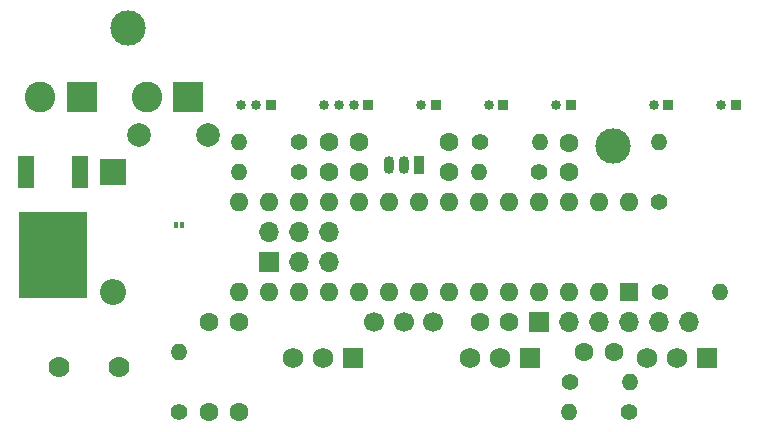
<source format=gbs>
G04 #@! TF.FileFunction,Soldermask,Bot*
%FSLAX46Y46*%
G04 Gerber Fmt 4.6, Leading zero omitted, Abs format (unit mm)*
G04 Created by KiCad (PCBNEW 4.0.7) date 08/08/19 19:02:58*
%MOMM*%
%LPD*%
G01*
G04 APERTURE LIST*
%ADD10C,0.100000*%
%ADD11R,2.200000X2.200000*%
%ADD12O,2.200000X2.200000*%
%ADD13C,2.000000*%
%ADD14C,1.778000*%
%ADD15R,1.700000X1.700000*%
%ADD16O,1.700000X1.700000*%
%ADD17C,3.000000*%
%ADD18C,1.750000*%
%ADD19R,1.750000X1.750000*%
%ADD20R,1.600000X1.600000*%
%ADD21O,1.600000X1.600000*%
%ADD22R,2.600000X2.600000*%
%ADD23C,2.600000*%
%ADD24C,1.700000*%
%ADD25C,1.400000*%
%ADD26O,1.400000X1.400000*%
%ADD27C,1.600000*%
%ADD28O,0.900000X1.500000*%
%ADD29R,0.900000X1.500000*%
%ADD30R,0.850000X0.850000*%
%ADD31C,0.850000*%
%ADD32R,1.400000X2.700000*%
%ADD33R,5.800000X7.400000*%
%ADD34R,0.400000X0.600000*%
G04 APERTURE END LIST*
D10*
D11*
X125720000Y-92615000D03*
D12*
X125720000Y-102775000D03*
D13*
X127900000Y-89440000D03*
X133700000Y-89440000D03*
D14*
X126228000Y-109125000D03*
X121148000Y-109125000D03*
D15*
X161788000Y-105315000D03*
D16*
X164328000Y-105315000D03*
X166868000Y-105315000D03*
X169408000Y-105315000D03*
X171948000Y-105315000D03*
X174488000Y-105315000D03*
D17*
X167998000Y-90365000D03*
D18*
X170918000Y-108365000D03*
X173458000Y-108365000D03*
D19*
X175998000Y-108365000D03*
D17*
X126998000Y-80365000D03*
D20*
X169408000Y-102775000D03*
D21*
X136388000Y-95155000D03*
X166868000Y-102775000D03*
X138928000Y-95155000D03*
X164328000Y-102775000D03*
X141468000Y-95155000D03*
X161788000Y-102775000D03*
X144008000Y-95155000D03*
X159248000Y-102775000D03*
X146548000Y-95155000D03*
X156708000Y-102775000D03*
X149088000Y-95155000D03*
X154168000Y-102775000D03*
X151628000Y-95155000D03*
X151628000Y-102775000D03*
X154168000Y-95155000D03*
X149088000Y-102775000D03*
X156708000Y-95155000D03*
X146548000Y-102775000D03*
X159248000Y-95155000D03*
X144008000Y-102775000D03*
X161788000Y-95155000D03*
X141468000Y-102775000D03*
X164328000Y-95155000D03*
X138928000Y-102775000D03*
X166868000Y-95155000D03*
X136388000Y-102775000D03*
X169408000Y-95155000D03*
D22*
X132070000Y-86265000D03*
D23*
X128570000Y-86265000D03*
D22*
X123053000Y-86265000D03*
D23*
X119553000Y-86265000D03*
D24*
X147818000Y-105315000D03*
X150318000Y-105315000D03*
X152818000Y-105315000D03*
D25*
X164368000Y-110395000D03*
D26*
X169448000Y-110395000D03*
D25*
X169368000Y-112935000D03*
D26*
X164288000Y-112935000D03*
D27*
X154168000Y-90075000D03*
X154168000Y-92575000D03*
X146548000Y-90075000D03*
X146548000Y-92575000D03*
X159248000Y-105315000D03*
X156748000Y-105315000D03*
D28*
X150358000Y-91980000D03*
X149088000Y-91980000D03*
D29*
X151628000Y-91980000D03*
D27*
X144008000Y-90075000D03*
X144008000Y-92575000D03*
X165598000Y-107855000D03*
X168098000Y-107855000D03*
D25*
X171988000Y-102775000D03*
D26*
X177068000Y-102775000D03*
D27*
X164328000Y-92615000D03*
X164328000Y-90115000D03*
D25*
X156748000Y-90075000D03*
D26*
X161828000Y-90075000D03*
D25*
X161748000Y-92615000D03*
D26*
X156668000Y-92615000D03*
D18*
X155918000Y-108365000D03*
X158458000Y-108365000D03*
D19*
X160998000Y-108365000D03*
D18*
X140918000Y-108365000D03*
X143458000Y-108365000D03*
D19*
X145998000Y-108365000D03*
D25*
X141428000Y-92615000D03*
D26*
X136348000Y-92615000D03*
D25*
X141428000Y-90075000D03*
D26*
X136348000Y-90075000D03*
D25*
X171948000Y-95115000D03*
D26*
X171948000Y-90035000D03*
D27*
X133848000Y-105315000D03*
X133848000Y-112935000D03*
X136388000Y-105315000D03*
X136388000Y-112935000D03*
D25*
X131308000Y-112895000D03*
D26*
X131308000Y-107815000D03*
D15*
X138928000Y-100235000D03*
D16*
X138928000Y-97695000D03*
X141468000Y-100235000D03*
X141468000Y-97695000D03*
X144008000Y-100235000D03*
X144008000Y-97695000D03*
D30*
X158740000Y-86900000D03*
D31*
X157490000Y-86900000D03*
D30*
X147310000Y-86900000D03*
D31*
X146060000Y-86900000D03*
X144810000Y-86900000D03*
X143560000Y-86900000D03*
D30*
X153025000Y-86900000D03*
D31*
X151775000Y-86900000D03*
D30*
X178425000Y-86900000D03*
D31*
X177175000Y-86900000D03*
D30*
X164455000Y-86900000D03*
D31*
X163205000Y-86900000D03*
D30*
X139055000Y-86900000D03*
D31*
X137805000Y-86900000D03*
X136555000Y-86900000D03*
D32*
X118360000Y-92610000D03*
X122920000Y-92610000D03*
D33*
X120640000Y-99592000D03*
D34*
X131558000Y-97060000D03*
X131058000Y-97060000D03*
D30*
X172710000Y-86900000D03*
D31*
X171460000Y-86900000D03*
M02*

</source>
